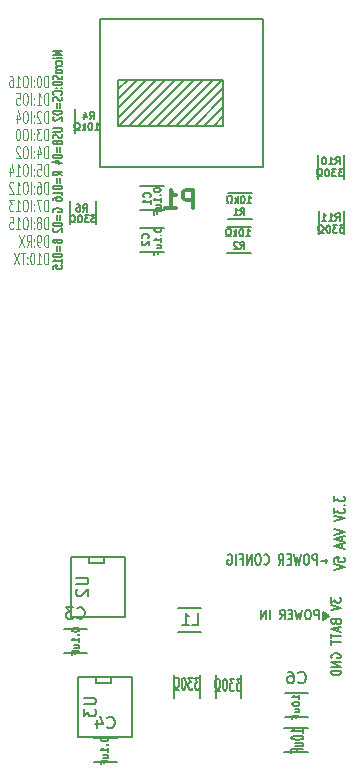
<source format=gbr>
G04 #@! TF.FileFunction,Legend,Bot*
%FSLAX46Y46*%
G04 Gerber Fmt 4.6, Leading zero omitted, Abs format (unit mm)*
G04 Created by KiCad (PCBNEW 4.0.2-4+6225~38~ubuntu15.04.1-stable) date 2016年05月17日 13時52分55秒*
%MOMM*%
G01*
G04 APERTURE LIST*
%ADD10C,0.100000*%
%ADD11C,0.175000*%
%ADD12C,0.150000*%
%ADD13C,0.132500*%
%ADD14C,0.304800*%
G04 APERTURE END LIST*
D10*
D11*
X126372265Y-102215905D02*
X126372265Y-101606381D01*
X126405599Y-102177810D02*
X126405599Y-101644476D01*
X126438932Y-102177810D02*
X126438932Y-101644476D01*
X126472265Y-102139714D02*
X126472265Y-101682571D01*
X126505599Y-102139714D02*
X126505599Y-101682571D01*
X126538932Y-102101619D02*
X126538932Y-101720667D01*
X126572265Y-102101619D02*
X126572265Y-101720667D01*
X126605599Y-102063524D02*
X126605599Y-101758762D01*
X126638932Y-102025429D02*
X126638932Y-101796857D01*
X126672265Y-102025429D02*
X126672265Y-101796857D01*
X126705599Y-101987333D02*
X126705599Y-101834952D01*
X126738932Y-101987333D02*
X126738932Y-101834952D01*
X126772265Y-101911143D02*
X126805599Y-101911143D01*
X126772265Y-101949238D02*
X126772265Y-101873048D01*
X126338932Y-102215905D02*
X126838932Y-101911143D01*
X126338932Y-101606381D01*
X126872265Y-101911143D02*
X126338932Y-101568286D01*
X126338932Y-102254000D01*
X126872265Y-101911143D01*
X126005598Y-102215905D02*
X126005598Y-101415905D01*
X125738932Y-101415905D01*
X125672265Y-101454000D01*
X125638932Y-101492095D01*
X125605598Y-101568286D01*
X125605598Y-101682571D01*
X125638932Y-101758762D01*
X125672265Y-101796857D01*
X125738932Y-101834952D01*
X126005598Y-101834952D01*
X125172265Y-101415905D02*
X125038932Y-101415905D01*
X124972265Y-101454000D01*
X124905598Y-101530190D01*
X124872265Y-101682571D01*
X124872265Y-101949238D01*
X124905598Y-102101619D01*
X124972265Y-102177810D01*
X125038932Y-102215905D01*
X125172265Y-102215905D01*
X125238932Y-102177810D01*
X125305598Y-102101619D01*
X125338932Y-101949238D01*
X125338932Y-101682571D01*
X125305598Y-101530190D01*
X125238932Y-101454000D01*
X125172265Y-101415905D01*
X124638932Y-101415905D02*
X124472265Y-102215905D01*
X124338932Y-101644476D01*
X124205599Y-102215905D01*
X124038932Y-101415905D01*
X123772265Y-101796857D02*
X123538932Y-101796857D01*
X123438932Y-102215905D02*
X123772265Y-102215905D01*
X123772265Y-101415905D01*
X123438932Y-101415905D01*
X122738932Y-102215905D02*
X122972266Y-101834952D01*
X123138932Y-102215905D02*
X123138932Y-101415905D01*
X122872266Y-101415905D01*
X122805599Y-101454000D01*
X122772266Y-101492095D01*
X122738932Y-101568286D01*
X122738932Y-101682571D01*
X122772266Y-101758762D01*
X122805599Y-101796857D01*
X122872266Y-101834952D01*
X123138932Y-101834952D01*
X121905599Y-102215905D02*
X121905599Y-101415905D01*
X121572266Y-102215905D02*
X121572266Y-101415905D01*
X121172266Y-102215905D01*
X121172266Y-101415905D01*
X127069905Y-100353068D02*
X127069905Y-100786401D01*
X127374667Y-100553068D01*
X127374667Y-100653068D01*
X127412762Y-100719735D01*
X127450857Y-100753068D01*
X127527048Y-100786401D01*
X127717524Y-100786401D01*
X127793714Y-100753068D01*
X127831810Y-100719735D01*
X127869905Y-100653068D01*
X127869905Y-100453068D01*
X127831810Y-100386401D01*
X127793714Y-100353068D01*
X127069905Y-100986402D02*
X127869905Y-101219735D01*
X127069905Y-101453068D01*
X127450857Y-102453068D02*
X127488952Y-102553068D01*
X127527048Y-102586401D01*
X127603238Y-102619735D01*
X127717524Y-102619735D01*
X127793714Y-102586401D01*
X127831810Y-102553068D01*
X127869905Y-102486401D01*
X127869905Y-102219735D01*
X127069905Y-102219735D01*
X127069905Y-102453068D01*
X127108000Y-102519735D01*
X127146095Y-102553068D01*
X127222286Y-102586401D01*
X127298476Y-102586401D01*
X127374667Y-102553068D01*
X127412762Y-102519735D01*
X127450857Y-102453068D01*
X127450857Y-102219735D01*
X127641333Y-102886401D02*
X127641333Y-103219735D01*
X127869905Y-102819735D02*
X127069905Y-103053068D01*
X127869905Y-103286401D01*
X127069905Y-103419735D02*
X127069905Y-103819735D01*
X127869905Y-103619735D02*
X127069905Y-103619735D01*
X127069905Y-103953068D02*
X127069905Y-104353068D01*
X127869905Y-104153068D02*
X127069905Y-104153068D01*
X127108000Y-105486400D02*
X127069905Y-105419734D01*
X127069905Y-105319734D01*
X127108000Y-105219734D01*
X127184190Y-105153067D01*
X127260381Y-105119734D01*
X127412762Y-105086400D01*
X127527048Y-105086400D01*
X127679429Y-105119734D01*
X127755619Y-105153067D01*
X127831810Y-105219734D01*
X127869905Y-105319734D01*
X127869905Y-105386400D01*
X127831810Y-105486400D01*
X127793714Y-105519734D01*
X127527048Y-105519734D01*
X127527048Y-105386400D01*
X127869905Y-105819734D02*
X127069905Y-105819734D01*
X127869905Y-106219734D01*
X127069905Y-106219734D01*
X127869905Y-106553067D02*
X127069905Y-106553067D01*
X127069905Y-106719733D01*
X127108000Y-106819733D01*
X127184190Y-106886400D01*
X127260381Y-106919733D01*
X127412762Y-106953067D01*
X127527048Y-106953067D01*
X127679429Y-106919733D01*
X127755619Y-106886400D01*
X127831810Y-106819733D01*
X127869905Y-106719733D01*
X127869905Y-106553067D01*
D12*
X119427486Y-107249981D02*
X119056057Y-107249981D01*
X119256057Y-107630933D01*
X119170343Y-107630933D01*
X119113200Y-107678552D01*
X119084629Y-107726171D01*
X119056057Y-107821410D01*
X119056057Y-108059505D01*
X119084629Y-108154743D01*
X119113200Y-108202362D01*
X119170343Y-108249981D01*
X119341771Y-108249981D01*
X119398914Y-108202362D01*
X119427486Y-108154743D01*
X118856057Y-107249981D02*
X118484628Y-107249981D01*
X118684628Y-107630933D01*
X118598914Y-107630933D01*
X118541771Y-107678552D01*
X118513200Y-107726171D01*
X118484628Y-107821410D01*
X118484628Y-108059505D01*
X118513200Y-108154743D01*
X118541771Y-108202362D01*
X118598914Y-108249981D01*
X118770342Y-108249981D01*
X118827485Y-108202362D01*
X118856057Y-108154743D01*
X118113199Y-107249981D02*
X118056056Y-107249981D01*
X117998913Y-107297600D01*
X117970342Y-107345219D01*
X117941771Y-107440457D01*
X117913199Y-107630933D01*
X117913199Y-107869029D01*
X117941771Y-108059505D01*
X117970342Y-108154743D01*
X117998913Y-108202362D01*
X118056056Y-108249981D01*
X118113199Y-108249981D01*
X118170342Y-108202362D01*
X118198913Y-108154743D01*
X118227485Y-108059505D01*
X118256056Y-107869029D01*
X118256056Y-107630933D01*
X118227485Y-107440457D01*
X118198913Y-107345219D01*
X118170342Y-107297600D01*
X118113199Y-107249981D01*
X117684627Y-108249981D02*
X117541770Y-108249981D01*
X117541770Y-108059505D01*
X117598913Y-108011886D01*
X117656056Y-107916648D01*
X117684627Y-107773790D01*
X117684627Y-107535695D01*
X117656056Y-107392838D01*
X117598913Y-107297600D01*
X117513199Y-107249981D01*
X117398913Y-107249981D01*
X117313199Y-107297600D01*
X117256056Y-107392838D01*
X117227484Y-107535695D01*
X117227484Y-107773790D01*
X117256056Y-107916648D01*
X117313199Y-108011886D01*
X117370342Y-108059505D01*
X117370342Y-108249981D01*
X117227484Y-108249981D01*
D11*
X126212932Y-97244686D02*
X126746265Y-97244686D01*
X126612932Y-97416114D02*
X126746265Y-97244686D01*
X126612932Y-97073257D01*
X125879598Y-97587543D02*
X125879598Y-96687543D01*
X125612932Y-96687543D01*
X125546265Y-96730400D01*
X125512932Y-96773257D01*
X125479598Y-96858971D01*
X125479598Y-96987543D01*
X125512932Y-97073257D01*
X125546265Y-97116114D01*
X125612932Y-97158971D01*
X125879598Y-97158971D01*
X125046265Y-96687543D02*
X124912932Y-96687543D01*
X124846265Y-96730400D01*
X124779598Y-96816114D01*
X124746265Y-96987543D01*
X124746265Y-97287543D01*
X124779598Y-97458971D01*
X124846265Y-97544686D01*
X124912932Y-97587543D01*
X125046265Y-97587543D01*
X125112932Y-97544686D01*
X125179598Y-97458971D01*
X125212932Y-97287543D01*
X125212932Y-96987543D01*
X125179598Y-96816114D01*
X125112932Y-96730400D01*
X125046265Y-96687543D01*
X124512932Y-96687543D02*
X124346265Y-97587543D01*
X124212932Y-96944686D01*
X124079599Y-97587543D01*
X123912932Y-96687543D01*
X123646265Y-97116114D02*
X123412932Y-97116114D01*
X123312932Y-97587543D02*
X123646265Y-97587543D01*
X123646265Y-96687543D01*
X123312932Y-96687543D01*
X122612932Y-97587543D02*
X122846266Y-97158971D01*
X123012932Y-97587543D02*
X123012932Y-96687543D01*
X122746266Y-96687543D01*
X122679599Y-96730400D01*
X122646266Y-96773257D01*
X122612932Y-96858971D01*
X122612932Y-96987543D01*
X122646266Y-97073257D01*
X122679599Y-97116114D01*
X122746266Y-97158971D01*
X123012932Y-97158971D01*
X121379599Y-97501829D02*
X121412933Y-97544686D01*
X121512933Y-97587543D01*
X121579599Y-97587543D01*
X121679599Y-97544686D01*
X121746266Y-97458971D01*
X121779599Y-97373257D01*
X121812933Y-97201829D01*
X121812933Y-97073257D01*
X121779599Y-96901829D01*
X121746266Y-96816114D01*
X121679599Y-96730400D01*
X121579599Y-96687543D01*
X121512933Y-96687543D01*
X121412933Y-96730400D01*
X121379599Y-96773257D01*
X120946266Y-96687543D02*
X120812933Y-96687543D01*
X120746266Y-96730400D01*
X120679599Y-96816114D01*
X120646266Y-96987543D01*
X120646266Y-97287543D01*
X120679599Y-97458971D01*
X120746266Y-97544686D01*
X120812933Y-97587543D01*
X120946266Y-97587543D01*
X121012933Y-97544686D01*
X121079599Y-97458971D01*
X121112933Y-97287543D01*
X121112933Y-96987543D01*
X121079599Y-96816114D01*
X121012933Y-96730400D01*
X120946266Y-96687543D01*
X120346266Y-97587543D02*
X120346266Y-96687543D01*
X119946266Y-97587543D01*
X119946266Y-96687543D01*
X119379600Y-97116114D02*
X119612933Y-97116114D01*
X119612933Y-97587543D02*
X119612933Y-96687543D01*
X119279600Y-96687543D01*
X119012933Y-97587543D02*
X119012933Y-96687543D01*
X118312934Y-96730400D02*
X118379600Y-96687543D01*
X118479600Y-96687543D01*
X118579600Y-96730400D01*
X118646267Y-96816114D01*
X118679600Y-96901829D01*
X118712934Y-97073257D01*
X118712934Y-97201829D01*
X118679600Y-97373257D01*
X118646267Y-97458971D01*
X118579600Y-97544686D01*
X118479600Y-97587543D01*
X118412934Y-97587543D01*
X118312934Y-97544686D01*
X118279600Y-97501829D01*
X118279600Y-97201829D01*
X118412934Y-97201829D01*
D10*
X103082743Y-57163581D02*
X103082743Y-56163581D01*
X102939886Y-56163581D01*
X102854171Y-56211200D01*
X102797029Y-56306438D01*
X102768457Y-56401676D01*
X102739886Y-56592152D01*
X102739886Y-56735010D01*
X102768457Y-56925486D01*
X102797029Y-57020724D01*
X102854171Y-57115962D01*
X102939886Y-57163581D01*
X103082743Y-57163581D01*
X102368457Y-56163581D02*
X102311314Y-56163581D01*
X102254171Y-56211200D01*
X102225600Y-56258819D01*
X102197029Y-56354057D01*
X102168457Y-56544533D01*
X102168457Y-56782629D01*
X102197029Y-56973105D01*
X102225600Y-57068343D01*
X102254171Y-57115962D01*
X102311314Y-57163581D01*
X102368457Y-57163581D01*
X102425600Y-57115962D01*
X102454171Y-57068343D01*
X102482743Y-56973105D01*
X102511314Y-56782629D01*
X102511314Y-56544533D01*
X102482743Y-56354057D01*
X102454171Y-56258819D01*
X102425600Y-56211200D01*
X102368457Y-56163581D01*
X101911314Y-57068343D02*
X101882742Y-57115962D01*
X101911314Y-57163581D01*
X101939885Y-57115962D01*
X101911314Y-57068343D01*
X101911314Y-57163581D01*
X101911314Y-56544533D02*
X101882742Y-56592152D01*
X101911314Y-56639771D01*
X101939885Y-56592152D01*
X101911314Y-56544533D01*
X101911314Y-56639771D01*
X101625600Y-57163581D02*
X101625600Y-56163581D01*
X101225600Y-56163581D02*
X101111314Y-56163581D01*
X101054172Y-56211200D01*
X100997029Y-56306438D01*
X100968457Y-56496914D01*
X100968457Y-56830248D01*
X100997029Y-57020724D01*
X101054172Y-57115962D01*
X101111314Y-57163581D01*
X101225600Y-57163581D01*
X101282743Y-57115962D01*
X101339886Y-57020724D01*
X101368457Y-56830248D01*
X101368457Y-56496914D01*
X101339886Y-56306438D01*
X101282743Y-56211200D01*
X101225600Y-56163581D01*
X100397029Y-57163581D02*
X100739886Y-57163581D01*
X100568458Y-57163581D02*
X100568458Y-56163581D01*
X100625601Y-56306438D01*
X100682743Y-56401676D01*
X100739886Y-56449295D01*
X99882743Y-56163581D02*
X99997029Y-56163581D01*
X100054172Y-56211200D01*
X100082743Y-56258819D01*
X100139886Y-56401676D01*
X100168457Y-56592152D01*
X100168457Y-56973105D01*
X100139886Y-57068343D01*
X100111314Y-57115962D01*
X100054172Y-57163581D01*
X99939886Y-57163581D01*
X99882743Y-57115962D01*
X99854172Y-57068343D01*
X99825600Y-56973105D01*
X99825600Y-56735010D01*
X99854172Y-56639771D01*
X99882743Y-56592152D01*
X99939886Y-56544533D01*
X100054172Y-56544533D01*
X100111314Y-56592152D01*
X100139886Y-56639771D01*
X100168457Y-56735010D01*
X103082743Y-58663581D02*
X103082743Y-57663581D01*
X102939886Y-57663581D01*
X102854171Y-57711200D01*
X102797029Y-57806438D01*
X102768457Y-57901676D01*
X102739886Y-58092152D01*
X102739886Y-58235010D01*
X102768457Y-58425486D01*
X102797029Y-58520724D01*
X102854171Y-58615962D01*
X102939886Y-58663581D01*
X103082743Y-58663581D01*
X102168457Y-58663581D02*
X102511314Y-58663581D01*
X102339886Y-58663581D02*
X102339886Y-57663581D01*
X102397029Y-57806438D01*
X102454171Y-57901676D01*
X102511314Y-57949295D01*
X101911314Y-58568343D02*
X101882742Y-58615962D01*
X101911314Y-58663581D01*
X101939885Y-58615962D01*
X101911314Y-58568343D01*
X101911314Y-58663581D01*
X101911314Y-58044533D02*
X101882742Y-58092152D01*
X101911314Y-58139771D01*
X101939885Y-58092152D01*
X101911314Y-58044533D01*
X101911314Y-58139771D01*
X101625600Y-58663581D02*
X101625600Y-57663581D01*
X101225600Y-57663581D02*
X101111314Y-57663581D01*
X101054172Y-57711200D01*
X100997029Y-57806438D01*
X100968457Y-57996914D01*
X100968457Y-58330248D01*
X100997029Y-58520724D01*
X101054172Y-58615962D01*
X101111314Y-58663581D01*
X101225600Y-58663581D01*
X101282743Y-58615962D01*
X101339886Y-58520724D01*
X101368457Y-58330248D01*
X101368457Y-57996914D01*
X101339886Y-57806438D01*
X101282743Y-57711200D01*
X101225600Y-57663581D01*
X100425601Y-57663581D02*
X100711315Y-57663581D01*
X100739886Y-58139771D01*
X100711315Y-58092152D01*
X100654172Y-58044533D01*
X100511315Y-58044533D01*
X100454172Y-58092152D01*
X100425601Y-58139771D01*
X100397029Y-58235010D01*
X100397029Y-58473105D01*
X100425601Y-58568343D01*
X100454172Y-58615962D01*
X100511315Y-58663581D01*
X100654172Y-58663581D01*
X100711315Y-58615962D01*
X100739886Y-58568343D01*
X103082743Y-60163581D02*
X103082743Y-59163581D01*
X102939886Y-59163581D01*
X102854171Y-59211200D01*
X102797029Y-59306438D01*
X102768457Y-59401676D01*
X102739886Y-59592152D01*
X102739886Y-59735010D01*
X102768457Y-59925486D01*
X102797029Y-60020724D01*
X102854171Y-60115962D01*
X102939886Y-60163581D01*
X103082743Y-60163581D01*
X102511314Y-59258819D02*
X102482743Y-59211200D01*
X102425600Y-59163581D01*
X102282743Y-59163581D01*
X102225600Y-59211200D01*
X102197029Y-59258819D01*
X102168457Y-59354057D01*
X102168457Y-59449295D01*
X102197029Y-59592152D01*
X102539886Y-60163581D01*
X102168457Y-60163581D01*
X101911314Y-60068343D02*
X101882742Y-60115962D01*
X101911314Y-60163581D01*
X101939885Y-60115962D01*
X101911314Y-60068343D01*
X101911314Y-60163581D01*
X101911314Y-59544533D02*
X101882742Y-59592152D01*
X101911314Y-59639771D01*
X101939885Y-59592152D01*
X101911314Y-59544533D01*
X101911314Y-59639771D01*
X101625600Y-60163581D02*
X101625600Y-59163581D01*
X101225600Y-59163581D02*
X101111314Y-59163581D01*
X101054172Y-59211200D01*
X100997029Y-59306438D01*
X100968457Y-59496914D01*
X100968457Y-59830248D01*
X100997029Y-60020724D01*
X101054172Y-60115962D01*
X101111314Y-60163581D01*
X101225600Y-60163581D01*
X101282743Y-60115962D01*
X101339886Y-60020724D01*
X101368457Y-59830248D01*
X101368457Y-59496914D01*
X101339886Y-59306438D01*
X101282743Y-59211200D01*
X101225600Y-59163581D01*
X100454172Y-59496914D02*
X100454172Y-60163581D01*
X100597029Y-59115962D02*
X100739886Y-59830248D01*
X100368458Y-59830248D01*
X103082743Y-61663581D02*
X103082743Y-60663581D01*
X102939886Y-60663581D01*
X102854171Y-60711200D01*
X102797029Y-60806438D01*
X102768457Y-60901676D01*
X102739886Y-61092152D01*
X102739886Y-61235010D01*
X102768457Y-61425486D01*
X102797029Y-61520724D01*
X102854171Y-61615962D01*
X102939886Y-61663581D01*
X103082743Y-61663581D01*
X102539886Y-60663581D02*
X102168457Y-60663581D01*
X102368457Y-61044533D01*
X102282743Y-61044533D01*
X102225600Y-61092152D01*
X102197029Y-61139771D01*
X102168457Y-61235010D01*
X102168457Y-61473105D01*
X102197029Y-61568343D01*
X102225600Y-61615962D01*
X102282743Y-61663581D01*
X102454171Y-61663581D01*
X102511314Y-61615962D01*
X102539886Y-61568343D01*
X101911314Y-61568343D02*
X101882742Y-61615962D01*
X101911314Y-61663581D01*
X101939885Y-61615962D01*
X101911314Y-61568343D01*
X101911314Y-61663581D01*
X101911314Y-61044533D02*
X101882742Y-61092152D01*
X101911314Y-61139771D01*
X101939885Y-61092152D01*
X101911314Y-61044533D01*
X101911314Y-61139771D01*
X101625600Y-61663581D02*
X101625600Y-60663581D01*
X101225600Y-60663581D02*
X101111314Y-60663581D01*
X101054172Y-60711200D01*
X100997029Y-60806438D01*
X100968457Y-60996914D01*
X100968457Y-61330248D01*
X100997029Y-61520724D01*
X101054172Y-61615962D01*
X101111314Y-61663581D01*
X101225600Y-61663581D01*
X101282743Y-61615962D01*
X101339886Y-61520724D01*
X101368457Y-61330248D01*
X101368457Y-60996914D01*
X101339886Y-60806438D01*
X101282743Y-60711200D01*
X101225600Y-60663581D01*
X100597029Y-60663581D02*
X100539886Y-60663581D01*
X100482743Y-60711200D01*
X100454172Y-60758819D01*
X100425601Y-60854057D01*
X100397029Y-61044533D01*
X100397029Y-61282629D01*
X100425601Y-61473105D01*
X100454172Y-61568343D01*
X100482743Y-61615962D01*
X100539886Y-61663581D01*
X100597029Y-61663581D01*
X100654172Y-61615962D01*
X100682743Y-61568343D01*
X100711315Y-61473105D01*
X100739886Y-61282629D01*
X100739886Y-61044533D01*
X100711315Y-60854057D01*
X100682743Y-60758819D01*
X100654172Y-60711200D01*
X100597029Y-60663581D01*
X103082743Y-63163581D02*
X103082743Y-62163581D01*
X102939886Y-62163581D01*
X102854171Y-62211200D01*
X102797029Y-62306438D01*
X102768457Y-62401676D01*
X102739886Y-62592152D01*
X102739886Y-62735010D01*
X102768457Y-62925486D01*
X102797029Y-63020724D01*
X102854171Y-63115962D01*
X102939886Y-63163581D01*
X103082743Y-63163581D01*
X102225600Y-62496914D02*
X102225600Y-63163581D01*
X102368457Y-62115962D02*
X102511314Y-62830248D01*
X102139886Y-62830248D01*
X101911314Y-63068343D02*
X101882742Y-63115962D01*
X101911314Y-63163581D01*
X101939885Y-63115962D01*
X101911314Y-63068343D01*
X101911314Y-63163581D01*
X101911314Y-62544533D02*
X101882742Y-62592152D01*
X101911314Y-62639771D01*
X101939885Y-62592152D01*
X101911314Y-62544533D01*
X101911314Y-62639771D01*
X101625600Y-63163581D02*
X101625600Y-62163581D01*
X101225600Y-62163581D02*
X101111314Y-62163581D01*
X101054172Y-62211200D01*
X100997029Y-62306438D01*
X100968457Y-62496914D01*
X100968457Y-62830248D01*
X100997029Y-63020724D01*
X101054172Y-63115962D01*
X101111314Y-63163581D01*
X101225600Y-63163581D01*
X101282743Y-63115962D01*
X101339886Y-63020724D01*
X101368457Y-62830248D01*
X101368457Y-62496914D01*
X101339886Y-62306438D01*
X101282743Y-62211200D01*
X101225600Y-62163581D01*
X100739886Y-62258819D02*
X100711315Y-62211200D01*
X100654172Y-62163581D01*
X100511315Y-62163581D01*
X100454172Y-62211200D01*
X100425601Y-62258819D01*
X100397029Y-62354057D01*
X100397029Y-62449295D01*
X100425601Y-62592152D01*
X100768458Y-63163581D01*
X100397029Y-63163581D01*
X103082743Y-64663581D02*
X103082743Y-63663581D01*
X102939886Y-63663581D01*
X102854171Y-63711200D01*
X102797029Y-63806438D01*
X102768457Y-63901676D01*
X102739886Y-64092152D01*
X102739886Y-64235010D01*
X102768457Y-64425486D01*
X102797029Y-64520724D01*
X102854171Y-64615962D01*
X102939886Y-64663581D01*
X103082743Y-64663581D01*
X102197029Y-63663581D02*
X102482743Y-63663581D01*
X102511314Y-64139771D01*
X102482743Y-64092152D01*
X102425600Y-64044533D01*
X102282743Y-64044533D01*
X102225600Y-64092152D01*
X102197029Y-64139771D01*
X102168457Y-64235010D01*
X102168457Y-64473105D01*
X102197029Y-64568343D01*
X102225600Y-64615962D01*
X102282743Y-64663581D01*
X102425600Y-64663581D01*
X102482743Y-64615962D01*
X102511314Y-64568343D01*
X101911314Y-64568343D02*
X101882742Y-64615962D01*
X101911314Y-64663581D01*
X101939885Y-64615962D01*
X101911314Y-64568343D01*
X101911314Y-64663581D01*
X101911314Y-64044533D02*
X101882742Y-64092152D01*
X101911314Y-64139771D01*
X101939885Y-64092152D01*
X101911314Y-64044533D01*
X101911314Y-64139771D01*
X101625600Y-64663581D02*
X101625600Y-63663581D01*
X101225600Y-63663581D02*
X101111314Y-63663581D01*
X101054172Y-63711200D01*
X100997029Y-63806438D01*
X100968457Y-63996914D01*
X100968457Y-64330248D01*
X100997029Y-64520724D01*
X101054172Y-64615962D01*
X101111314Y-64663581D01*
X101225600Y-64663581D01*
X101282743Y-64615962D01*
X101339886Y-64520724D01*
X101368457Y-64330248D01*
X101368457Y-63996914D01*
X101339886Y-63806438D01*
X101282743Y-63711200D01*
X101225600Y-63663581D01*
X100397029Y-64663581D02*
X100739886Y-64663581D01*
X100568458Y-64663581D02*
X100568458Y-63663581D01*
X100625601Y-63806438D01*
X100682743Y-63901676D01*
X100739886Y-63949295D01*
X99882743Y-63996914D02*
X99882743Y-64663581D01*
X100025600Y-63615962D02*
X100168457Y-64330248D01*
X99797029Y-64330248D01*
X103082743Y-66163581D02*
X103082743Y-65163581D01*
X102939886Y-65163581D01*
X102854171Y-65211200D01*
X102797029Y-65306438D01*
X102768457Y-65401676D01*
X102739886Y-65592152D01*
X102739886Y-65735010D01*
X102768457Y-65925486D01*
X102797029Y-66020724D01*
X102854171Y-66115962D01*
X102939886Y-66163581D01*
X103082743Y-66163581D01*
X102225600Y-65163581D02*
X102339886Y-65163581D01*
X102397029Y-65211200D01*
X102425600Y-65258819D01*
X102482743Y-65401676D01*
X102511314Y-65592152D01*
X102511314Y-65973105D01*
X102482743Y-66068343D01*
X102454171Y-66115962D01*
X102397029Y-66163581D01*
X102282743Y-66163581D01*
X102225600Y-66115962D01*
X102197029Y-66068343D01*
X102168457Y-65973105D01*
X102168457Y-65735010D01*
X102197029Y-65639771D01*
X102225600Y-65592152D01*
X102282743Y-65544533D01*
X102397029Y-65544533D01*
X102454171Y-65592152D01*
X102482743Y-65639771D01*
X102511314Y-65735010D01*
X101911314Y-66068343D02*
X101882742Y-66115962D01*
X101911314Y-66163581D01*
X101939885Y-66115962D01*
X101911314Y-66068343D01*
X101911314Y-66163581D01*
X101911314Y-65544533D02*
X101882742Y-65592152D01*
X101911314Y-65639771D01*
X101939885Y-65592152D01*
X101911314Y-65544533D01*
X101911314Y-65639771D01*
X101625600Y-66163581D02*
X101625600Y-65163581D01*
X101225600Y-65163581D02*
X101111314Y-65163581D01*
X101054172Y-65211200D01*
X100997029Y-65306438D01*
X100968457Y-65496914D01*
X100968457Y-65830248D01*
X100997029Y-66020724D01*
X101054172Y-66115962D01*
X101111314Y-66163581D01*
X101225600Y-66163581D01*
X101282743Y-66115962D01*
X101339886Y-66020724D01*
X101368457Y-65830248D01*
X101368457Y-65496914D01*
X101339886Y-65306438D01*
X101282743Y-65211200D01*
X101225600Y-65163581D01*
X100397029Y-66163581D02*
X100739886Y-66163581D01*
X100568458Y-66163581D02*
X100568458Y-65163581D01*
X100625601Y-65306438D01*
X100682743Y-65401676D01*
X100739886Y-65449295D01*
X100168457Y-65258819D02*
X100139886Y-65211200D01*
X100082743Y-65163581D01*
X99939886Y-65163581D01*
X99882743Y-65211200D01*
X99854172Y-65258819D01*
X99825600Y-65354057D01*
X99825600Y-65449295D01*
X99854172Y-65592152D01*
X100197029Y-66163581D01*
X99825600Y-66163581D01*
X103082743Y-67663581D02*
X103082743Y-66663581D01*
X102939886Y-66663581D01*
X102854171Y-66711200D01*
X102797029Y-66806438D01*
X102768457Y-66901676D01*
X102739886Y-67092152D01*
X102739886Y-67235010D01*
X102768457Y-67425486D01*
X102797029Y-67520724D01*
X102854171Y-67615962D01*
X102939886Y-67663581D01*
X103082743Y-67663581D01*
X102539886Y-66663581D02*
X102139886Y-66663581D01*
X102397029Y-67663581D01*
X101911314Y-67568343D02*
X101882742Y-67615962D01*
X101911314Y-67663581D01*
X101939885Y-67615962D01*
X101911314Y-67568343D01*
X101911314Y-67663581D01*
X101911314Y-67044533D02*
X101882742Y-67092152D01*
X101911314Y-67139771D01*
X101939885Y-67092152D01*
X101911314Y-67044533D01*
X101911314Y-67139771D01*
X101625600Y-67663581D02*
X101625600Y-66663581D01*
X101225600Y-66663581D02*
X101111314Y-66663581D01*
X101054172Y-66711200D01*
X100997029Y-66806438D01*
X100968457Y-66996914D01*
X100968457Y-67330248D01*
X100997029Y-67520724D01*
X101054172Y-67615962D01*
X101111314Y-67663581D01*
X101225600Y-67663581D01*
X101282743Y-67615962D01*
X101339886Y-67520724D01*
X101368457Y-67330248D01*
X101368457Y-66996914D01*
X101339886Y-66806438D01*
X101282743Y-66711200D01*
X101225600Y-66663581D01*
X100397029Y-67663581D02*
X100739886Y-67663581D01*
X100568458Y-67663581D02*
X100568458Y-66663581D01*
X100625601Y-66806438D01*
X100682743Y-66901676D01*
X100739886Y-66949295D01*
X100197029Y-66663581D02*
X99825600Y-66663581D01*
X100025600Y-67044533D01*
X99939886Y-67044533D01*
X99882743Y-67092152D01*
X99854172Y-67139771D01*
X99825600Y-67235010D01*
X99825600Y-67473105D01*
X99854172Y-67568343D01*
X99882743Y-67615962D01*
X99939886Y-67663581D01*
X100111314Y-67663581D01*
X100168457Y-67615962D01*
X100197029Y-67568343D01*
X103082743Y-69163581D02*
X103082743Y-68163581D01*
X102939886Y-68163581D01*
X102854171Y-68211200D01*
X102797029Y-68306438D01*
X102768457Y-68401676D01*
X102739886Y-68592152D01*
X102739886Y-68735010D01*
X102768457Y-68925486D01*
X102797029Y-69020724D01*
X102854171Y-69115962D01*
X102939886Y-69163581D01*
X103082743Y-69163581D01*
X102397029Y-68592152D02*
X102454171Y-68544533D01*
X102482743Y-68496914D01*
X102511314Y-68401676D01*
X102511314Y-68354057D01*
X102482743Y-68258819D01*
X102454171Y-68211200D01*
X102397029Y-68163581D01*
X102282743Y-68163581D01*
X102225600Y-68211200D01*
X102197029Y-68258819D01*
X102168457Y-68354057D01*
X102168457Y-68401676D01*
X102197029Y-68496914D01*
X102225600Y-68544533D01*
X102282743Y-68592152D01*
X102397029Y-68592152D01*
X102454171Y-68639771D01*
X102482743Y-68687390D01*
X102511314Y-68782629D01*
X102511314Y-68973105D01*
X102482743Y-69068343D01*
X102454171Y-69115962D01*
X102397029Y-69163581D01*
X102282743Y-69163581D01*
X102225600Y-69115962D01*
X102197029Y-69068343D01*
X102168457Y-68973105D01*
X102168457Y-68782629D01*
X102197029Y-68687390D01*
X102225600Y-68639771D01*
X102282743Y-68592152D01*
X101911314Y-69068343D02*
X101882742Y-69115962D01*
X101911314Y-69163581D01*
X101939885Y-69115962D01*
X101911314Y-69068343D01*
X101911314Y-69163581D01*
X101911314Y-68544533D02*
X101882742Y-68592152D01*
X101911314Y-68639771D01*
X101939885Y-68592152D01*
X101911314Y-68544533D01*
X101911314Y-68639771D01*
X101625600Y-69163581D02*
X101625600Y-68163581D01*
X101225600Y-68163581D02*
X101111314Y-68163581D01*
X101054172Y-68211200D01*
X100997029Y-68306438D01*
X100968457Y-68496914D01*
X100968457Y-68830248D01*
X100997029Y-69020724D01*
X101054172Y-69115962D01*
X101111314Y-69163581D01*
X101225600Y-69163581D01*
X101282743Y-69115962D01*
X101339886Y-69020724D01*
X101368457Y-68830248D01*
X101368457Y-68496914D01*
X101339886Y-68306438D01*
X101282743Y-68211200D01*
X101225600Y-68163581D01*
X100397029Y-69163581D02*
X100739886Y-69163581D01*
X100568458Y-69163581D02*
X100568458Y-68163581D01*
X100625601Y-68306438D01*
X100682743Y-68401676D01*
X100739886Y-68449295D01*
X99854172Y-68163581D02*
X100139886Y-68163581D01*
X100168457Y-68639771D01*
X100139886Y-68592152D01*
X100082743Y-68544533D01*
X99939886Y-68544533D01*
X99882743Y-68592152D01*
X99854172Y-68639771D01*
X99825600Y-68735010D01*
X99825600Y-68973105D01*
X99854172Y-69068343D01*
X99882743Y-69115962D01*
X99939886Y-69163581D01*
X100082743Y-69163581D01*
X100139886Y-69115962D01*
X100168457Y-69068343D01*
X103082743Y-70663581D02*
X103082743Y-69663581D01*
X102939886Y-69663581D01*
X102854171Y-69711200D01*
X102797029Y-69806438D01*
X102768457Y-69901676D01*
X102739886Y-70092152D01*
X102739886Y-70235010D01*
X102768457Y-70425486D01*
X102797029Y-70520724D01*
X102854171Y-70615962D01*
X102939886Y-70663581D01*
X103082743Y-70663581D01*
X102454171Y-70663581D02*
X102339886Y-70663581D01*
X102282743Y-70615962D01*
X102254171Y-70568343D01*
X102197029Y-70425486D01*
X102168457Y-70235010D01*
X102168457Y-69854057D01*
X102197029Y-69758819D01*
X102225600Y-69711200D01*
X102282743Y-69663581D01*
X102397029Y-69663581D01*
X102454171Y-69711200D01*
X102482743Y-69758819D01*
X102511314Y-69854057D01*
X102511314Y-70092152D01*
X102482743Y-70187390D01*
X102454171Y-70235010D01*
X102397029Y-70282629D01*
X102282743Y-70282629D01*
X102225600Y-70235010D01*
X102197029Y-70187390D01*
X102168457Y-70092152D01*
X101911314Y-70568343D02*
X101882742Y-70615962D01*
X101911314Y-70663581D01*
X101939885Y-70615962D01*
X101911314Y-70568343D01*
X101911314Y-70663581D01*
X101911314Y-70044533D02*
X101882742Y-70092152D01*
X101911314Y-70139771D01*
X101939885Y-70092152D01*
X101911314Y-70044533D01*
X101911314Y-70139771D01*
X101282743Y-70663581D02*
X101482743Y-70187390D01*
X101625600Y-70663581D02*
X101625600Y-69663581D01*
X101397028Y-69663581D01*
X101339886Y-69711200D01*
X101311314Y-69758819D01*
X101282743Y-69854057D01*
X101282743Y-69996914D01*
X101311314Y-70092152D01*
X101339886Y-70139771D01*
X101397028Y-70187390D01*
X101625600Y-70187390D01*
X101082743Y-69663581D02*
X100682743Y-70663581D01*
X100682743Y-69663581D02*
X101082743Y-70663581D01*
X103082743Y-72163581D02*
X103082743Y-71163581D01*
X102939886Y-71163581D01*
X102854171Y-71211200D01*
X102797029Y-71306438D01*
X102768457Y-71401676D01*
X102739886Y-71592152D01*
X102739886Y-71735010D01*
X102768457Y-71925486D01*
X102797029Y-72020724D01*
X102854171Y-72115962D01*
X102939886Y-72163581D01*
X103082743Y-72163581D01*
X102168457Y-72163581D02*
X102511314Y-72163581D01*
X102339886Y-72163581D02*
X102339886Y-71163581D01*
X102397029Y-71306438D01*
X102454171Y-71401676D01*
X102511314Y-71449295D01*
X101797028Y-71163581D02*
X101739885Y-71163581D01*
X101682742Y-71211200D01*
X101654171Y-71258819D01*
X101625600Y-71354057D01*
X101597028Y-71544533D01*
X101597028Y-71782629D01*
X101625600Y-71973105D01*
X101654171Y-72068343D01*
X101682742Y-72115962D01*
X101739885Y-72163581D01*
X101797028Y-72163581D01*
X101854171Y-72115962D01*
X101882742Y-72068343D01*
X101911314Y-71973105D01*
X101939885Y-71782629D01*
X101939885Y-71544533D01*
X101911314Y-71354057D01*
X101882742Y-71258819D01*
X101854171Y-71211200D01*
X101797028Y-71163581D01*
X101339885Y-72068343D02*
X101311313Y-72115962D01*
X101339885Y-72163581D01*
X101368456Y-72115962D01*
X101339885Y-72068343D01*
X101339885Y-72163581D01*
X101339885Y-71544533D02*
X101311313Y-71592152D01*
X101339885Y-71639771D01*
X101368456Y-71592152D01*
X101339885Y-71544533D01*
X101339885Y-71639771D01*
X101139885Y-71163581D02*
X100797028Y-71163581D01*
X100968457Y-72163581D02*
X100968457Y-71163581D01*
X100654171Y-71163581D02*
X100254171Y-72163581D01*
X100254171Y-71163581D02*
X100654171Y-72163581D01*
D13*
X104298705Y-54072276D02*
X103498705Y-54072276D01*
X104070133Y-54248943D01*
X103498705Y-54425610D01*
X104298705Y-54425610D01*
X104298705Y-54677990D02*
X103765371Y-54677990D01*
X103498705Y-54677990D02*
X103536800Y-54652752D01*
X103574895Y-54677990D01*
X103536800Y-54703229D01*
X103498705Y-54677990D01*
X103574895Y-54677990D01*
X104260610Y-55157514D02*
X104298705Y-55107038D01*
X104298705Y-55006086D01*
X104260610Y-54955610D01*
X104222514Y-54930371D01*
X104146324Y-54905133D01*
X103917752Y-54905133D01*
X103841562Y-54930371D01*
X103803467Y-54955610D01*
X103765371Y-55006086D01*
X103765371Y-55107038D01*
X103803467Y-55157514D01*
X104298705Y-55384657D02*
X103765371Y-55384657D01*
X103917752Y-55384657D02*
X103841562Y-55409896D01*
X103803467Y-55435134D01*
X103765371Y-55485610D01*
X103765371Y-55536086D01*
X104298705Y-55788467D02*
X104260610Y-55737991D01*
X104222514Y-55712752D01*
X104146324Y-55687514D01*
X103917752Y-55687514D01*
X103841562Y-55712752D01*
X103803467Y-55737991D01*
X103765371Y-55788467D01*
X103765371Y-55864181D01*
X103803467Y-55914657D01*
X103841562Y-55939895D01*
X103917752Y-55965133D01*
X104146324Y-55965133D01*
X104222514Y-55939895D01*
X104260610Y-55914657D01*
X104298705Y-55864181D01*
X104298705Y-55788467D01*
X104260610Y-56167038D02*
X104298705Y-56242753D01*
X104298705Y-56368943D01*
X104260610Y-56419419D01*
X104222514Y-56444657D01*
X104146324Y-56469896D01*
X104070133Y-56469896D01*
X103993943Y-56444657D01*
X103955848Y-56419419D01*
X103917752Y-56368943D01*
X103879657Y-56267991D01*
X103841562Y-56217515D01*
X103803467Y-56192276D01*
X103727276Y-56167038D01*
X103651086Y-56167038D01*
X103574895Y-56192276D01*
X103536800Y-56217515D01*
X103498705Y-56267991D01*
X103498705Y-56394181D01*
X103536800Y-56469896D01*
X104298705Y-56697038D02*
X103498705Y-56697038D01*
X103498705Y-56823229D01*
X103536800Y-56898943D01*
X103612990Y-56949419D01*
X103689181Y-56974658D01*
X103841562Y-56999896D01*
X103955848Y-56999896D01*
X104108229Y-56974658D01*
X104184419Y-56949419D01*
X104260610Y-56898943D01*
X104298705Y-56823229D01*
X104298705Y-56697038D01*
X104222514Y-57227038D02*
X104260610Y-57252277D01*
X104298705Y-57227038D01*
X104260610Y-57201800D01*
X104222514Y-57227038D01*
X104298705Y-57227038D01*
X103803467Y-57227038D02*
X103841562Y-57252277D01*
X103879657Y-57227038D01*
X103841562Y-57201800D01*
X103803467Y-57227038D01*
X103879657Y-57227038D01*
X104222514Y-57782277D02*
X104260610Y-57757039D01*
X104298705Y-57681324D01*
X104298705Y-57630848D01*
X104260610Y-57555134D01*
X104184419Y-57504658D01*
X104108229Y-57479419D01*
X103955848Y-57454181D01*
X103841562Y-57454181D01*
X103689181Y-57479419D01*
X103612990Y-57504658D01*
X103536800Y-57555134D01*
X103498705Y-57630848D01*
X103498705Y-57681324D01*
X103536800Y-57757039D01*
X103574895Y-57782277D01*
X104260610Y-57984181D02*
X104298705Y-58059896D01*
X104298705Y-58186086D01*
X104260610Y-58236562D01*
X104222514Y-58261800D01*
X104146324Y-58287039D01*
X104070133Y-58287039D01*
X103993943Y-58261800D01*
X103955848Y-58236562D01*
X103917752Y-58186086D01*
X103879657Y-58085134D01*
X103841562Y-58034658D01*
X103803467Y-58009419D01*
X103727276Y-57984181D01*
X103651086Y-57984181D01*
X103574895Y-58009419D01*
X103536800Y-58034658D01*
X103498705Y-58085134D01*
X103498705Y-58211324D01*
X103536800Y-58287039D01*
X103879657Y-58514181D02*
X103879657Y-58917991D01*
X104108229Y-58917991D02*
X104108229Y-58514181D01*
X104298705Y-59170371D02*
X103498705Y-59170371D01*
X103498705Y-59296562D01*
X103536800Y-59372276D01*
X103612990Y-59422752D01*
X103689181Y-59447991D01*
X103841562Y-59473229D01*
X103955848Y-59473229D01*
X104108229Y-59447991D01*
X104184419Y-59422752D01*
X104260610Y-59372276D01*
X104298705Y-59296562D01*
X104298705Y-59170371D01*
X103574895Y-59675133D02*
X103536800Y-59700371D01*
X103498705Y-59750848D01*
X103498705Y-59877038D01*
X103536800Y-59927514D01*
X103574895Y-59952752D01*
X103651086Y-59977991D01*
X103727276Y-59977991D01*
X103841562Y-59952752D01*
X104298705Y-59649895D01*
X104298705Y-59977991D01*
X103498705Y-60608943D02*
X104146324Y-60608943D01*
X104222514Y-60634182D01*
X104260610Y-60659420D01*
X104298705Y-60709896D01*
X104298705Y-60810848D01*
X104260610Y-60861324D01*
X104222514Y-60886563D01*
X104146324Y-60911801D01*
X103498705Y-60911801D01*
X104260610Y-61138943D02*
X104298705Y-61214658D01*
X104298705Y-61340848D01*
X104260610Y-61391324D01*
X104222514Y-61416562D01*
X104146324Y-61441801D01*
X104070133Y-61441801D01*
X103993943Y-61416562D01*
X103955848Y-61391324D01*
X103917752Y-61340848D01*
X103879657Y-61239896D01*
X103841562Y-61189420D01*
X103803467Y-61164181D01*
X103727276Y-61138943D01*
X103651086Y-61138943D01*
X103574895Y-61164181D01*
X103536800Y-61189420D01*
X103498705Y-61239896D01*
X103498705Y-61366086D01*
X103536800Y-61441801D01*
X103879657Y-61845610D02*
X103917752Y-61921324D01*
X103955848Y-61946563D01*
X104032038Y-61971801D01*
X104146324Y-61971801D01*
X104222514Y-61946563D01*
X104260610Y-61921324D01*
X104298705Y-61870848D01*
X104298705Y-61668943D01*
X103498705Y-61668943D01*
X103498705Y-61845610D01*
X103536800Y-61896086D01*
X103574895Y-61921324D01*
X103651086Y-61946563D01*
X103727276Y-61946563D01*
X103803467Y-61921324D01*
X103841562Y-61896086D01*
X103879657Y-61845610D01*
X103879657Y-61668943D01*
X103879657Y-62198943D02*
X103879657Y-62602753D01*
X104108229Y-62602753D02*
X104108229Y-62198943D01*
X104298705Y-62855133D02*
X103498705Y-62855133D01*
X103498705Y-62981324D01*
X103536800Y-63057038D01*
X103612990Y-63107514D01*
X103689181Y-63132753D01*
X103841562Y-63157991D01*
X103955848Y-63157991D01*
X104108229Y-63132753D01*
X104184419Y-63107514D01*
X104260610Y-63057038D01*
X104298705Y-62981324D01*
X104298705Y-62855133D01*
X103765371Y-63612276D02*
X104298705Y-63612276D01*
X103460610Y-63486086D02*
X104032038Y-63359895D01*
X104032038Y-63687991D01*
X104298705Y-64596563D02*
X103917752Y-64419896D01*
X104298705Y-64293705D02*
X103498705Y-64293705D01*
X103498705Y-64495610D01*
X103536800Y-64546086D01*
X103574895Y-64571325D01*
X103651086Y-64596563D01*
X103765371Y-64596563D01*
X103841562Y-64571325D01*
X103879657Y-64546086D01*
X103917752Y-64495610D01*
X103917752Y-64293705D01*
X103879657Y-64823705D02*
X103879657Y-65227515D01*
X104108229Y-65227515D02*
X104108229Y-64823705D01*
X104298705Y-65479895D02*
X103498705Y-65479895D01*
X103498705Y-65606086D01*
X103536800Y-65681800D01*
X103612990Y-65732276D01*
X103689181Y-65757515D01*
X103841562Y-65782753D01*
X103955848Y-65782753D01*
X104108229Y-65757515D01*
X104184419Y-65732276D01*
X104260610Y-65681800D01*
X104298705Y-65606086D01*
X104298705Y-65479895D01*
X104298705Y-66287515D02*
X104298705Y-65984657D01*
X104298705Y-66136086D02*
X103498705Y-66136086D01*
X103612990Y-66085610D01*
X103689181Y-66035134D01*
X103727276Y-65984657D01*
X103498705Y-66741800D02*
X103498705Y-66640848D01*
X103536800Y-66590372D01*
X103574895Y-66565134D01*
X103689181Y-66514657D01*
X103841562Y-66489419D01*
X104146324Y-66489419D01*
X104222514Y-66514657D01*
X104260610Y-66539896D01*
X104298705Y-66590372D01*
X104298705Y-66691324D01*
X104260610Y-66741800D01*
X104222514Y-66767038D01*
X104146324Y-66792277D01*
X103955848Y-66792277D01*
X103879657Y-66767038D01*
X103841562Y-66741800D01*
X103803467Y-66691324D01*
X103803467Y-66590372D01*
X103841562Y-66539896D01*
X103879657Y-66514657D01*
X103955848Y-66489419D01*
X103536800Y-67700849D02*
X103498705Y-67650372D01*
X103498705Y-67574658D01*
X103536800Y-67498944D01*
X103612990Y-67448468D01*
X103689181Y-67423229D01*
X103841562Y-67397991D01*
X103955848Y-67397991D01*
X104108229Y-67423229D01*
X104184419Y-67448468D01*
X104260610Y-67498944D01*
X104298705Y-67574658D01*
X104298705Y-67625134D01*
X104260610Y-67700849D01*
X104222514Y-67726087D01*
X103955848Y-67726087D01*
X103955848Y-67625134D01*
X103879657Y-67953229D02*
X103879657Y-68357039D01*
X104108229Y-68357039D02*
X104108229Y-67953229D01*
X104298705Y-68609419D02*
X103498705Y-68609419D01*
X103498705Y-68735610D01*
X103536800Y-68811324D01*
X103612990Y-68861800D01*
X103689181Y-68887039D01*
X103841562Y-68912277D01*
X103955848Y-68912277D01*
X104108229Y-68887039D01*
X104184419Y-68861800D01*
X104260610Y-68811324D01*
X104298705Y-68735610D01*
X104298705Y-68609419D01*
X103574895Y-69114181D02*
X103536800Y-69139419D01*
X103498705Y-69189896D01*
X103498705Y-69316086D01*
X103536800Y-69366562D01*
X103574895Y-69391800D01*
X103651086Y-69417039D01*
X103727276Y-69417039D01*
X103841562Y-69391800D01*
X104298705Y-69088943D01*
X104298705Y-69417039D01*
X103879657Y-70224658D02*
X103917752Y-70300372D01*
X103955848Y-70325611D01*
X104032038Y-70350849D01*
X104146324Y-70350849D01*
X104222514Y-70325611D01*
X104260610Y-70300372D01*
X104298705Y-70249896D01*
X104298705Y-70047991D01*
X103498705Y-70047991D01*
X103498705Y-70224658D01*
X103536800Y-70275134D01*
X103574895Y-70300372D01*
X103651086Y-70325611D01*
X103727276Y-70325611D01*
X103803467Y-70300372D01*
X103841562Y-70275134D01*
X103879657Y-70224658D01*
X103879657Y-70047991D01*
X103879657Y-70577991D02*
X103879657Y-70981801D01*
X104108229Y-70981801D02*
X104108229Y-70577991D01*
X104298705Y-71234181D02*
X103498705Y-71234181D01*
X103498705Y-71360372D01*
X103536800Y-71436086D01*
X103612990Y-71486562D01*
X103689181Y-71511801D01*
X103841562Y-71537039D01*
X103955848Y-71537039D01*
X104108229Y-71511801D01*
X104184419Y-71486562D01*
X104260610Y-71436086D01*
X104298705Y-71360372D01*
X104298705Y-71234181D01*
X104298705Y-72041801D02*
X104298705Y-71738943D01*
X104298705Y-71890372D02*
X103498705Y-71890372D01*
X103612990Y-71839896D01*
X103689181Y-71789420D01*
X103727276Y-71738943D01*
X103498705Y-72521324D02*
X103498705Y-72268943D01*
X103879657Y-72243705D01*
X103841562Y-72268943D01*
X103803467Y-72319420D01*
X103803467Y-72445610D01*
X103841562Y-72496086D01*
X103879657Y-72521324D01*
X103955848Y-72546563D01*
X104146324Y-72546563D01*
X104222514Y-72521324D01*
X104260610Y-72496086D01*
X104298705Y-72445610D01*
X104298705Y-72319420D01*
X104260610Y-72268943D01*
X104222514Y-72243705D01*
D12*
X115922286Y-107148381D02*
X115550857Y-107148381D01*
X115750857Y-107529333D01*
X115665143Y-107529333D01*
X115608000Y-107576952D01*
X115579429Y-107624571D01*
X115550857Y-107719810D01*
X115550857Y-107957905D01*
X115579429Y-108053143D01*
X115608000Y-108100762D01*
X115665143Y-108148381D01*
X115836571Y-108148381D01*
X115893714Y-108100762D01*
X115922286Y-108053143D01*
X115350857Y-107148381D02*
X114979428Y-107148381D01*
X115179428Y-107529333D01*
X115093714Y-107529333D01*
X115036571Y-107576952D01*
X115008000Y-107624571D01*
X114979428Y-107719810D01*
X114979428Y-107957905D01*
X115008000Y-108053143D01*
X115036571Y-108100762D01*
X115093714Y-108148381D01*
X115265142Y-108148381D01*
X115322285Y-108100762D01*
X115350857Y-108053143D01*
X114607999Y-107148381D02*
X114550856Y-107148381D01*
X114493713Y-107196000D01*
X114465142Y-107243619D01*
X114436571Y-107338857D01*
X114407999Y-107529333D01*
X114407999Y-107767429D01*
X114436571Y-107957905D01*
X114465142Y-108053143D01*
X114493713Y-108100762D01*
X114550856Y-108148381D01*
X114607999Y-108148381D01*
X114665142Y-108100762D01*
X114693713Y-108053143D01*
X114722285Y-107957905D01*
X114750856Y-107767429D01*
X114750856Y-107529333D01*
X114722285Y-107338857D01*
X114693713Y-107243619D01*
X114665142Y-107196000D01*
X114607999Y-107148381D01*
X114179427Y-108148381D02*
X114036570Y-108148381D01*
X114036570Y-107957905D01*
X114093713Y-107910286D01*
X114150856Y-107815048D01*
X114179427Y-107672190D01*
X114179427Y-107434095D01*
X114150856Y-107291238D01*
X114093713Y-107196000D01*
X114007999Y-107148381D01*
X113893713Y-107148381D01*
X113807999Y-107196000D01*
X113750856Y-107291238D01*
X113722284Y-107434095D01*
X113722284Y-107672190D01*
X113750856Y-107815048D01*
X113807999Y-107910286D01*
X113865142Y-107957905D01*
X113865142Y-108148381D01*
X113722284Y-108148381D01*
D11*
X127319943Y-91794400D02*
X127319943Y-92227733D01*
X127662800Y-91994400D01*
X127662800Y-92094400D01*
X127705657Y-92161067D01*
X127748514Y-92194400D01*
X127834229Y-92227733D01*
X128048514Y-92227733D01*
X128134229Y-92194400D01*
X128177086Y-92161067D01*
X128219943Y-92094400D01*
X128219943Y-91894400D01*
X128177086Y-91827733D01*
X128134229Y-91794400D01*
X128134229Y-92527734D02*
X128177086Y-92561067D01*
X128219943Y-92527734D01*
X128177086Y-92494400D01*
X128134229Y-92527734D01*
X128219943Y-92527734D01*
X127319943Y-92794400D02*
X127319943Y-93227733D01*
X127662800Y-92994400D01*
X127662800Y-93094400D01*
X127705657Y-93161067D01*
X127748514Y-93194400D01*
X127834229Y-93227733D01*
X128048514Y-93227733D01*
X128134229Y-93194400D01*
X128177086Y-93161067D01*
X128219943Y-93094400D01*
X128219943Y-92894400D01*
X128177086Y-92827733D01*
X128134229Y-92794400D01*
X127319943Y-93427734D02*
X128219943Y-93661067D01*
X127319943Y-93894400D01*
X127319943Y-94561067D02*
X128219943Y-94794400D01*
X127319943Y-95027733D01*
X127962800Y-95227733D02*
X127962800Y-95561067D01*
X128219943Y-95161067D02*
X127319943Y-95394400D01*
X128219943Y-95627733D01*
X127962800Y-95827733D02*
X127962800Y-96161067D01*
X128219943Y-95761067D02*
X127319943Y-95994400D01*
X128219943Y-96227733D01*
X127319943Y-97327733D02*
X127319943Y-96994400D01*
X127748514Y-96961066D01*
X127705657Y-96994400D01*
X127662800Y-97061066D01*
X127662800Y-97227733D01*
X127705657Y-97294400D01*
X127748514Y-97327733D01*
X127834229Y-97361066D01*
X128048514Y-97361066D01*
X128134229Y-97327733D01*
X128177086Y-97294400D01*
X128219943Y-97227733D01*
X128219943Y-97061066D01*
X128177086Y-96994400D01*
X128134229Y-96961066D01*
X127319943Y-97561067D02*
X128219943Y-97794400D01*
X127319943Y-98027733D01*
D12*
X105664000Y-107061000D02*
X105664000Y-112141000D01*
X105664000Y-112141000D02*
X110236000Y-112141000D01*
X110236000Y-112141000D02*
X110236000Y-107061000D01*
X110236000Y-107061000D02*
X105664000Y-107061000D01*
X107188000Y-107061000D02*
X107188000Y-107569000D01*
X107188000Y-107569000D02*
X108458000Y-107569000D01*
X108458000Y-107569000D02*
X108458000Y-107061000D01*
X109035000Y-57320000D02*
X109835000Y-56520000D01*
X109035000Y-58120000D02*
X110635000Y-56520000D01*
X109035000Y-58920000D02*
X111435000Y-56520000D01*
X109035000Y-59720000D02*
X112235000Y-56520000D01*
X109135000Y-60420000D02*
X113035000Y-56520000D01*
X109935000Y-60420000D02*
X113835000Y-56520000D01*
X110735000Y-60420000D02*
X114635000Y-56520000D01*
X111535000Y-60420000D02*
X115435000Y-56520000D01*
X112335000Y-60420000D02*
X116235000Y-56520000D01*
X113135000Y-60420000D02*
X117035000Y-56520000D01*
X113935000Y-60420000D02*
X117835000Y-56520000D01*
X114735000Y-60420000D02*
X117935000Y-57220000D01*
X115535000Y-60420000D02*
X117935000Y-58020000D01*
X116335000Y-60420000D02*
X117935000Y-58820000D01*
X117135000Y-60420000D02*
X117935000Y-59620000D01*
X109035000Y-56520000D02*
X117935000Y-56520000D01*
X117935000Y-56520000D02*
X117935000Y-60420000D01*
X117935000Y-60420000D02*
X109035000Y-60420000D01*
X109035000Y-60420000D02*
X109035000Y-56520000D01*
X107535000Y-63920000D02*
X107535000Y-51420000D01*
X107535000Y-51420000D02*
X121335000Y-51420000D01*
X121335000Y-51420000D02*
X121335000Y-63920000D01*
X121335000Y-63920000D02*
X107535000Y-63920000D01*
X105029000Y-96901000D02*
X105029000Y-101981000D01*
X105029000Y-101981000D02*
X109601000Y-101981000D01*
X109601000Y-101981000D02*
X109601000Y-96901000D01*
X109601000Y-96901000D02*
X105029000Y-96901000D01*
X106553000Y-96901000D02*
X106553000Y-97409000D01*
X106553000Y-97409000D02*
X107823000Y-97409000D01*
X107823000Y-97409000D02*
X107823000Y-96901000D01*
X118253000Y-71179000D02*
X120253000Y-71179000D01*
X120253000Y-69029000D02*
X118253000Y-69029000D01*
X110887000Y-65523000D02*
X112887000Y-65523000D01*
X112887000Y-67573000D02*
X110887000Y-67573000D01*
X112887000Y-71129000D02*
X110887000Y-71129000D01*
X110887000Y-69079000D02*
X112887000Y-69079000D01*
X126001200Y-67605400D02*
X126001200Y-69605400D01*
X128151200Y-69605400D02*
X128151200Y-67605400D01*
X107501000Y-60993000D02*
X107501000Y-58993000D01*
X105351000Y-58993000D02*
X105351000Y-60993000D01*
X107145400Y-68767200D02*
X107145400Y-66767200D01*
X104995400Y-66767200D02*
X104995400Y-68767200D01*
X128125800Y-64906400D02*
X128125800Y-62906400D01*
X125975800Y-62906400D02*
X125975800Y-64906400D01*
X118329200Y-68283400D02*
X120329200Y-68283400D01*
X120329200Y-66133400D02*
X118329200Y-66133400D01*
X113796500Y-106886500D02*
X113796500Y-108886500D01*
X115946500Y-108886500D02*
X115946500Y-106886500D01*
X117289000Y-106886500D02*
X117289000Y-108886500D01*
X119439000Y-108886500D02*
X119439000Y-106886500D01*
X104410000Y-102988000D02*
X106410000Y-102988000D01*
X106410000Y-105038000D02*
X104410000Y-105038000D01*
X106950000Y-112259000D02*
X108950000Y-112259000D01*
X108950000Y-114309000D02*
X106950000Y-114309000D01*
X123104400Y-111395400D02*
X125104400Y-111395400D01*
X125104400Y-113445400D02*
X123104400Y-113445400D01*
X123129800Y-108449000D02*
X125129800Y-108449000D01*
X125129800Y-110499000D02*
X123129800Y-110499000D01*
X114062000Y-101210000D02*
X116062000Y-101210000D01*
X116062000Y-103260000D02*
X114062000Y-103260000D01*
X106132381Y-108839095D02*
X106941905Y-108839095D01*
X107037143Y-108886714D01*
X107084762Y-108934333D01*
X107132381Y-109029571D01*
X107132381Y-109220048D01*
X107084762Y-109315286D01*
X107037143Y-109362905D01*
X106941905Y-109410524D01*
X106132381Y-109410524D01*
X106132381Y-109791476D02*
X106132381Y-110410524D01*
X106513333Y-110077190D01*
X106513333Y-110220048D01*
X106560952Y-110315286D01*
X106608571Y-110362905D01*
X106703810Y-110410524D01*
X106941905Y-110410524D01*
X107037143Y-110362905D01*
X107084762Y-110315286D01*
X107132381Y-110220048D01*
X107132381Y-109934333D01*
X107084762Y-109839095D01*
X107037143Y-109791476D01*
D14*
X115359857Y-67409429D02*
X115359857Y-65885429D01*
X114779285Y-65885429D01*
X114634143Y-65958000D01*
X114561571Y-66030571D01*
X114489000Y-66175714D01*
X114489000Y-66393429D01*
X114561571Y-66538571D01*
X114634143Y-66611143D01*
X114779285Y-66683714D01*
X115359857Y-66683714D01*
X113037571Y-67409429D02*
X113908428Y-67409429D01*
X113473000Y-67409429D02*
X113473000Y-65885429D01*
X113618143Y-66103143D01*
X113763285Y-66248286D01*
X113908428Y-66320857D01*
D12*
X105497381Y-98679095D02*
X106306905Y-98679095D01*
X106402143Y-98726714D01*
X106449762Y-98774333D01*
X106497381Y-98869571D01*
X106497381Y-99060048D01*
X106449762Y-99155286D01*
X106402143Y-99202905D01*
X106306905Y-99250524D01*
X105497381Y-99250524D01*
X105592619Y-99679095D02*
X105545000Y-99726714D01*
X105497381Y-99821952D01*
X105497381Y-100060048D01*
X105545000Y-100155286D01*
X105592619Y-100202905D01*
X105687857Y-100250524D01*
X105783095Y-100250524D01*
X105925952Y-100202905D01*
X106497381Y-99631476D01*
X106497381Y-100250524D01*
X119378400Y-70832629D02*
X119578400Y-70546914D01*
X119721257Y-70832629D02*
X119721257Y-70232629D01*
X119492685Y-70232629D01*
X119435543Y-70261200D01*
X119406971Y-70289771D01*
X119378400Y-70346914D01*
X119378400Y-70432629D01*
X119406971Y-70489771D01*
X119435543Y-70518343D01*
X119492685Y-70546914D01*
X119721257Y-70546914D01*
X119149828Y-70289771D02*
X119121257Y-70261200D01*
X119064114Y-70232629D01*
X118921257Y-70232629D01*
X118864114Y-70261200D01*
X118835543Y-70289771D01*
X118806971Y-70346914D01*
X118806971Y-70404057D01*
X118835543Y-70489771D01*
X119178400Y-70832629D01*
X118806971Y-70832629D01*
X119876800Y-69765829D02*
X120219657Y-69765829D01*
X120048229Y-69765829D02*
X120048229Y-69165829D01*
X120105372Y-69251543D01*
X120162514Y-69308686D01*
X120219657Y-69337257D01*
X119505371Y-69165829D02*
X119448228Y-69165829D01*
X119391085Y-69194400D01*
X119362514Y-69222971D01*
X119333943Y-69280114D01*
X119305371Y-69394400D01*
X119305371Y-69537257D01*
X119333943Y-69651543D01*
X119362514Y-69708686D01*
X119391085Y-69737257D01*
X119448228Y-69765829D01*
X119505371Y-69765829D01*
X119562514Y-69737257D01*
X119591085Y-69708686D01*
X119619657Y-69651543D01*
X119648228Y-69537257D01*
X119648228Y-69394400D01*
X119619657Y-69280114D01*
X119591085Y-69222971D01*
X119562514Y-69194400D01*
X119505371Y-69165829D01*
X119048228Y-69765829D02*
X119048228Y-69165829D01*
X118991085Y-69537257D02*
X118819656Y-69765829D01*
X118819656Y-69365829D02*
X119048228Y-69594400D01*
X118591085Y-69765829D02*
X118448228Y-69765829D01*
X118448228Y-69651543D01*
X118505371Y-69622971D01*
X118562514Y-69565829D01*
X118591085Y-69480114D01*
X118591085Y-69337257D01*
X118562514Y-69251543D01*
X118505371Y-69194400D01*
X118419657Y-69165829D01*
X118305371Y-69165829D01*
X118219657Y-69194400D01*
X118162514Y-69251543D01*
X118133942Y-69337257D01*
X118133942Y-69480114D01*
X118162514Y-69565829D01*
X118219657Y-69622971D01*
X118276800Y-69651543D01*
X118276800Y-69765829D01*
X118133942Y-69765829D01*
X111720286Y-66448000D02*
X111748857Y-66419429D01*
X111777429Y-66333715D01*
X111777429Y-66276572D01*
X111748857Y-66190857D01*
X111691714Y-66133715D01*
X111634571Y-66105143D01*
X111520286Y-66076572D01*
X111434571Y-66076572D01*
X111320286Y-66105143D01*
X111263143Y-66133715D01*
X111206000Y-66190857D01*
X111177429Y-66276572D01*
X111177429Y-66333715D01*
X111206000Y-66419429D01*
X111234571Y-66448000D01*
X111777429Y-67019429D02*
X111777429Y-66676572D01*
X111777429Y-66848000D02*
X111177429Y-66848000D01*
X111263143Y-66790857D01*
X111320286Y-66733715D01*
X111348857Y-66676572D01*
X112041029Y-65816286D02*
X112041029Y-65873429D01*
X112069600Y-65930572D01*
X112098171Y-65959143D01*
X112155314Y-65987714D01*
X112269600Y-66016286D01*
X112412457Y-66016286D01*
X112526743Y-65987714D01*
X112583886Y-65959143D01*
X112612457Y-65930572D01*
X112641029Y-65873429D01*
X112641029Y-65816286D01*
X112612457Y-65759143D01*
X112583886Y-65730572D01*
X112526743Y-65702000D01*
X112412457Y-65673429D01*
X112269600Y-65673429D01*
X112155314Y-65702000D01*
X112098171Y-65730572D01*
X112069600Y-65759143D01*
X112041029Y-65816286D01*
X112583886Y-66273429D02*
X112612457Y-66302001D01*
X112641029Y-66273429D01*
X112612457Y-66244858D01*
X112583886Y-66273429D01*
X112641029Y-66273429D01*
X112641029Y-66873429D02*
X112641029Y-66530572D01*
X112641029Y-66702000D02*
X112041029Y-66702000D01*
X112126743Y-66644857D01*
X112183886Y-66587715D01*
X112212457Y-66530572D01*
X112241029Y-67387715D02*
X112641029Y-67387715D01*
X112241029Y-67130572D02*
X112555314Y-67130572D01*
X112612457Y-67159144D01*
X112641029Y-67216286D01*
X112641029Y-67302001D01*
X112612457Y-67359144D01*
X112583886Y-67387715D01*
X112326743Y-67873429D02*
X112326743Y-67673429D01*
X112641029Y-67673429D02*
X112041029Y-67673429D01*
X112041029Y-67959143D01*
X111567886Y-69953200D02*
X111596457Y-69924629D01*
X111625029Y-69838915D01*
X111625029Y-69781772D01*
X111596457Y-69696057D01*
X111539314Y-69638915D01*
X111482171Y-69610343D01*
X111367886Y-69581772D01*
X111282171Y-69581772D01*
X111167886Y-69610343D01*
X111110743Y-69638915D01*
X111053600Y-69696057D01*
X111025029Y-69781772D01*
X111025029Y-69838915D01*
X111053600Y-69924629D01*
X111082171Y-69953200D01*
X111082171Y-70181772D02*
X111053600Y-70210343D01*
X111025029Y-70267486D01*
X111025029Y-70410343D01*
X111053600Y-70467486D01*
X111082171Y-70496057D01*
X111139314Y-70524629D01*
X111196457Y-70524629D01*
X111282171Y-70496057D01*
X111625029Y-70153200D01*
X111625029Y-70524629D01*
X112091829Y-69219886D02*
X112091829Y-69277029D01*
X112120400Y-69334172D01*
X112148971Y-69362743D01*
X112206114Y-69391314D01*
X112320400Y-69419886D01*
X112463257Y-69419886D01*
X112577543Y-69391314D01*
X112634686Y-69362743D01*
X112663257Y-69334172D01*
X112691829Y-69277029D01*
X112691829Y-69219886D01*
X112663257Y-69162743D01*
X112634686Y-69134172D01*
X112577543Y-69105600D01*
X112463257Y-69077029D01*
X112320400Y-69077029D01*
X112206114Y-69105600D01*
X112148971Y-69134172D01*
X112120400Y-69162743D01*
X112091829Y-69219886D01*
X112634686Y-69677029D02*
X112663257Y-69705601D01*
X112691829Y-69677029D01*
X112663257Y-69648458D01*
X112634686Y-69677029D01*
X112691829Y-69677029D01*
X112691829Y-70277029D02*
X112691829Y-69934172D01*
X112691829Y-70105600D02*
X112091829Y-70105600D01*
X112177543Y-70048457D01*
X112234686Y-69991315D01*
X112263257Y-69934172D01*
X112291829Y-70791315D02*
X112691829Y-70791315D01*
X112291829Y-70534172D02*
X112606114Y-70534172D01*
X112663257Y-70562744D01*
X112691829Y-70619886D01*
X112691829Y-70705601D01*
X112663257Y-70762744D01*
X112634686Y-70791315D01*
X112377543Y-71277029D02*
X112377543Y-71077029D01*
X112691829Y-71077029D02*
X112091829Y-71077029D01*
X112091829Y-71362743D01*
X127436515Y-68445029D02*
X127636515Y-68159314D01*
X127779372Y-68445029D02*
X127779372Y-67845029D01*
X127550800Y-67845029D01*
X127493658Y-67873600D01*
X127465086Y-67902171D01*
X127436515Y-67959314D01*
X127436515Y-68045029D01*
X127465086Y-68102171D01*
X127493658Y-68130743D01*
X127550800Y-68159314D01*
X127779372Y-68159314D01*
X126865086Y-68445029D02*
X127207943Y-68445029D01*
X127036515Y-68445029D02*
X127036515Y-67845029D01*
X127093658Y-67930743D01*
X127150800Y-67987886D01*
X127207943Y-68016457D01*
X126293657Y-68445029D02*
X126636514Y-68445029D01*
X126465086Y-68445029D02*
X126465086Y-67845029D01*
X126522229Y-67930743D01*
X126579371Y-67987886D01*
X126636514Y-68016457D01*
X128165086Y-68861029D02*
X127793657Y-68861029D01*
X127993657Y-69089600D01*
X127907943Y-69089600D01*
X127850800Y-69118171D01*
X127822229Y-69146743D01*
X127793657Y-69203886D01*
X127793657Y-69346743D01*
X127822229Y-69403886D01*
X127850800Y-69432457D01*
X127907943Y-69461029D01*
X128079371Y-69461029D01*
X128136514Y-69432457D01*
X128165086Y-69403886D01*
X127593657Y-68861029D02*
X127222228Y-68861029D01*
X127422228Y-69089600D01*
X127336514Y-69089600D01*
X127279371Y-69118171D01*
X127250800Y-69146743D01*
X127222228Y-69203886D01*
X127222228Y-69346743D01*
X127250800Y-69403886D01*
X127279371Y-69432457D01*
X127336514Y-69461029D01*
X127507942Y-69461029D01*
X127565085Y-69432457D01*
X127593657Y-69403886D01*
X126850799Y-68861029D02*
X126793656Y-68861029D01*
X126736513Y-68889600D01*
X126707942Y-68918171D01*
X126679371Y-68975314D01*
X126650799Y-69089600D01*
X126650799Y-69232457D01*
X126679371Y-69346743D01*
X126707942Y-69403886D01*
X126736513Y-69432457D01*
X126793656Y-69461029D01*
X126850799Y-69461029D01*
X126907942Y-69432457D01*
X126936513Y-69403886D01*
X126965085Y-69346743D01*
X126993656Y-69232457D01*
X126993656Y-69089600D01*
X126965085Y-68975314D01*
X126936513Y-68918171D01*
X126907942Y-68889600D01*
X126850799Y-68861029D01*
X126422227Y-69461029D02*
X126279370Y-69461029D01*
X126279370Y-69346743D01*
X126336513Y-69318171D01*
X126393656Y-69261029D01*
X126422227Y-69175314D01*
X126422227Y-69032457D01*
X126393656Y-68946743D01*
X126336513Y-68889600D01*
X126250799Y-68861029D01*
X126136513Y-68861029D01*
X126050799Y-68889600D01*
X125993656Y-68946743D01*
X125965084Y-69032457D01*
X125965084Y-69175314D01*
X125993656Y-69261029D01*
X126050799Y-69318171D01*
X126107942Y-69346743D01*
X126107942Y-69461029D01*
X125965084Y-69461029D01*
X106627600Y-59859829D02*
X106827600Y-59574114D01*
X106970457Y-59859829D02*
X106970457Y-59259829D01*
X106741885Y-59259829D01*
X106684743Y-59288400D01*
X106656171Y-59316971D01*
X106627600Y-59374114D01*
X106627600Y-59459829D01*
X106656171Y-59516971D01*
X106684743Y-59545543D01*
X106741885Y-59574114D01*
X106970457Y-59574114D01*
X106113314Y-59459829D02*
X106113314Y-59859829D01*
X106256171Y-59231257D02*
X106399028Y-59659829D01*
X106027600Y-59659829D01*
X107075200Y-60774229D02*
X107418057Y-60774229D01*
X107246629Y-60774229D02*
X107246629Y-60174229D01*
X107303772Y-60259943D01*
X107360914Y-60317086D01*
X107418057Y-60345657D01*
X106703771Y-60174229D02*
X106646628Y-60174229D01*
X106589485Y-60202800D01*
X106560914Y-60231371D01*
X106532343Y-60288514D01*
X106503771Y-60402800D01*
X106503771Y-60545657D01*
X106532343Y-60659943D01*
X106560914Y-60717086D01*
X106589485Y-60745657D01*
X106646628Y-60774229D01*
X106703771Y-60774229D01*
X106760914Y-60745657D01*
X106789485Y-60717086D01*
X106818057Y-60659943D01*
X106846628Y-60545657D01*
X106846628Y-60402800D01*
X106818057Y-60288514D01*
X106789485Y-60231371D01*
X106760914Y-60202800D01*
X106703771Y-60174229D01*
X106246628Y-60774229D02*
X106246628Y-60174229D01*
X106189485Y-60545657D02*
X106018056Y-60774229D01*
X106018056Y-60374229D02*
X106246628Y-60602800D01*
X105789485Y-60774229D02*
X105646628Y-60774229D01*
X105646628Y-60659943D01*
X105703771Y-60631371D01*
X105760914Y-60574229D01*
X105789485Y-60488514D01*
X105789485Y-60345657D01*
X105760914Y-60259943D01*
X105703771Y-60202800D01*
X105618057Y-60174229D01*
X105503771Y-60174229D01*
X105418057Y-60202800D01*
X105360914Y-60259943D01*
X105332342Y-60345657D01*
X105332342Y-60488514D01*
X105360914Y-60574229D01*
X105418057Y-60631371D01*
X105475200Y-60659943D01*
X105475200Y-60774229D01*
X105332342Y-60774229D01*
X106068800Y-67683029D02*
X106268800Y-67397314D01*
X106411657Y-67683029D02*
X106411657Y-67083029D01*
X106183085Y-67083029D01*
X106125943Y-67111600D01*
X106097371Y-67140171D01*
X106068800Y-67197314D01*
X106068800Y-67283029D01*
X106097371Y-67340171D01*
X106125943Y-67368743D01*
X106183085Y-67397314D01*
X106411657Y-67397314D01*
X105554514Y-67083029D02*
X105668800Y-67083029D01*
X105725943Y-67111600D01*
X105754514Y-67140171D01*
X105811657Y-67225886D01*
X105840228Y-67340171D01*
X105840228Y-67568743D01*
X105811657Y-67625886D01*
X105783085Y-67654457D01*
X105725943Y-67683029D01*
X105611657Y-67683029D01*
X105554514Y-67654457D01*
X105525943Y-67625886D01*
X105497371Y-67568743D01*
X105497371Y-67425886D01*
X105525943Y-67368743D01*
X105554514Y-67340171D01*
X105611657Y-67311600D01*
X105725943Y-67311600D01*
X105783085Y-67340171D01*
X105811657Y-67368743D01*
X105840228Y-67425886D01*
X107133886Y-67997429D02*
X106762457Y-67997429D01*
X106962457Y-68226000D01*
X106876743Y-68226000D01*
X106819600Y-68254571D01*
X106791029Y-68283143D01*
X106762457Y-68340286D01*
X106762457Y-68483143D01*
X106791029Y-68540286D01*
X106819600Y-68568857D01*
X106876743Y-68597429D01*
X107048171Y-68597429D01*
X107105314Y-68568857D01*
X107133886Y-68540286D01*
X106562457Y-67997429D02*
X106191028Y-67997429D01*
X106391028Y-68226000D01*
X106305314Y-68226000D01*
X106248171Y-68254571D01*
X106219600Y-68283143D01*
X106191028Y-68340286D01*
X106191028Y-68483143D01*
X106219600Y-68540286D01*
X106248171Y-68568857D01*
X106305314Y-68597429D01*
X106476742Y-68597429D01*
X106533885Y-68568857D01*
X106562457Y-68540286D01*
X105819599Y-67997429D02*
X105762456Y-67997429D01*
X105705313Y-68026000D01*
X105676742Y-68054571D01*
X105648171Y-68111714D01*
X105619599Y-68226000D01*
X105619599Y-68368857D01*
X105648171Y-68483143D01*
X105676742Y-68540286D01*
X105705313Y-68568857D01*
X105762456Y-68597429D01*
X105819599Y-68597429D01*
X105876742Y-68568857D01*
X105905313Y-68540286D01*
X105933885Y-68483143D01*
X105962456Y-68368857D01*
X105962456Y-68226000D01*
X105933885Y-68111714D01*
X105905313Y-68054571D01*
X105876742Y-68026000D01*
X105819599Y-67997429D01*
X105391027Y-68597429D02*
X105248170Y-68597429D01*
X105248170Y-68483143D01*
X105305313Y-68454571D01*
X105362456Y-68397429D01*
X105391027Y-68311714D01*
X105391027Y-68168857D01*
X105362456Y-68083143D01*
X105305313Y-68026000D01*
X105219599Y-67997429D01*
X105105313Y-67997429D01*
X105019599Y-68026000D01*
X104962456Y-68083143D01*
X104933884Y-68168857D01*
X104933884Y-68311714D01*
X104962456Y-68397429D01*
X105019599Y-68454571D01*
X105076742Y-68483143D01*
X105076742Y-68597429D01*
X104933884Y-68597429D01*
X127436515Y-63669829D02*
X127636515Y-63384114D01*
X127779372Y-63669829D02*
X127779372Y-63069829D01*
X127550800Y-63069829D01*
X127493658Y-63098400D01*
X127465086Y-63126971D01*
X127436515Y-63184114D01*
X127436515Y-63269829D01*
X127465086Y-63326971D01*
X127493658Y-63355543D01*
X127550800Y-63384114D01*
X127779372Y-63384114D01*
X126865086Y-63669829D02*
X127207943Y-63669829D01*
X127036515Y-63669829D02*
X127036515Y-63069829D01*
X127093658Y-63155543D01*
X127150800Y-63212686D01*
X127207943Y-63241257D01*
X126493657Y-63069829D02*
X126436514Y-63069829D01*
X126379371Y-63098400D01*
X126350800Y-63126971D01*
X126322229Y-63184114D01*
X126293657Y-63298400D01*
X126293657Y-63441257D01*
X126322229Y-63555543D01*
X126350800Y-63612686D01*
X126379371Y-63641257D01*
X126436514Y-63669829D01*
X126493657Y-63669829D01*
X126550800Y-63641257D01*
X126579371Y-63612686D01*
X126607943Y-63555543D01*
X126636514Y-63441257D01*
X126636514Y-63298400D01*
X126607943Y-63184114D01*
X126579371Y-63126971D01*
X126550800Y-63098400D01*
X126493657Y-63069829D01*
X128063486Y-64085829D02*
X127692057Y-64085829D01*
X127892057Y-64314400D01*
X127806343Y-64314400D01*
X127749200Y-64342971D01*
X127720629Y-64371543D01*
X127692057Y-64428686D01*
X127692057Y-64571543D01*
X127720629Y-64628686D01*
X127749200Y-64657257D01*
X127806343Y-64685829D01*
X127977771Y-64685829D01*
X128034914Y-64657257D01*
X128063486Y-64628686D01*
X127492057Y-64085829D02*
X127120628Y-64085829D01*
X127320628Y-64314400D01*
X127234914Y-64314400D01*
X127177771Y-64342971D01*
X127149200Y-64371543D01*
X127120628Y-64428686D01*
X127120628Y-64571543D01*
X127149200Y-64628686D01*
X127177771Y-64657257D01*
X127234914Y-64685829D01*
X127406342Y-64685829D01*
X127463485Y-64657257D01*
X127492057Y-64628686D01*
X126749199Y-64085829D02*
X126692056Y-64085829D01*
X126634913Y-64114400D01*
X126606342Y-64142971D01*
X126577771Y-64200114D01*
X126549199Y-64314400D01*
X126549199Y-64457257D01*
X126577771Y-64571543D01*
X126606342Y-64628686D01*
X126634913Y-64657257D01*
X126692056Y-64685829D01*
X126749199Y-64685829D01*
X126806342Y-64657257D01*
X126834913Y-64628686D01*
X126863485Y-64571543D01*
X126892056Y-64457257D01*
X126892056Y-64314400D01*
X126863485Y-64200114D01*
X126834913Y-64142971D01*
X126806342Y-64114400D01*
X126749199Y-64085829D01*
X126320627Y-64685829D02*
X126177770Y-64685829D01*
X126177770Y-64571543D01*
X126234913Y-64542971D01*
X126292056Y-64485829D01*
X126320627Y-64400114D01*
X126320627Y-64257257D01*
X126292056Y-64171543D01*
X126234913Y-64114400D01*
X126149199Y-64085829D01*
X126034913Y-64085829D01*
X125949199Y-64114400D01*
X125892056Y-64171543D01*
X125863484Y-64257257D01*
X125863484Y-64400114D01*
X125892056Y-64485829D01*
X125949199Y-64542971D01*
X126006342Y-64571543D01*
X126006342Y-64685829D01*
X125863484Y-64685829D01*
X119378400Y-67987829D02*
X119578400Y-67702114D01*
X119721257Y-67987829D02*
X119721257Y-67387829D01*
X119492685Y-67387829D01*
X119435543Y-67416400D01*
X119406971Y-67444971D01*
X119378400Y-67502114D01*
X119378400Y-67587829D01*
X119406971Y-67644971D01*
X119435543Y-67673543D01*
X119492685Y-67702114D01*
X119721257Y-67702114D01*
X118806971Y-67987829D02*
X119149828Y-67987829D01*
X118978400Y-67987829D02*
X118978400Y-67387829D01*
X119035543Y-67473543D01*
X119092685Y-67530686D01*
X119149828Y-67559257D01*
X119978400Y-66971829D02*
X120321257Y-66971829D01*
X120149829Y-66971829D02*
X120149829Y-66371829D01*
X120206972Y-66457543D01*
X120264114Y-66514686D01*
X120321257Y-66543257D01*
X119606971Y-66371829D02*
X119549828Y-66371829D01*
X119492685Y-66400400D01*
X119464114Y-66428971D01*
X119435543Y-66486114D01*
X119406971Y-66600400D01*
X119406971Y-66743257D01*
X119435543Y-66857543D01*
X119464114Y-66914686D01*
X119492685Y-66943257D01*
X119549828Y-66971829D01*
X119606971Y-66971829D01*
X119664114Y-66943257D01*
X119692685Y-66914686D01*
X119721257Y-66857543D01*
X119749828Y-66743257D01*
X119749828Y-66600400D01*
X119721257Y-66486114D01*
X119692685Y-66428971D01*
X119664114Y-66400400D01*
X119606971Y-66371829D01*
X119149828Y-66971829D02*
X119149828Y-66371829D01*
X119092685Y-66743257D02*
X118921256Y-66971829D01*
X118921256Y-66571829D02*
X119149828Y-66800400D01*
X118692685Y-66971829D02*
X118549828Y-66971829D01*
X118549828Y-66857543D01*
X118606971Y-66828971D01*
X118664114Y-66771829D01*
X118692685Y-66686114D01*
X118692685Y-66543257D01*
X118664114Y-66457543D01*
X118606971Y-66400400D01*
X118521257Y-66371829D01*
X118406971Y-66371829D01*
X118321257Y-66400400D01*
X118264114Y-66457543D01*
X118235542Y-66543257D01*
X118235542Y-66686114D01*
X118264114Y-66771829D01*
X118321257Y-66828971D01*
X118378400Y-66857543D01*
X118378400Y-66971829D01*
X118235542Y-66971829D01*
X105576666Y-102070143D02*
X105624285Y-102117762D01*
X105767142Y-102165381D01*
X105862380Y-102165381D01*
X106005238Y-102117762D01*
X106100476Y-102022524D01*
X106148095Y-101927286D01*
X106195714Y-101736810D01*
X106195714Y-101593952D01*
X106148095Y-101403476D01*
X106100476Y-101308238D01*
X106005238Y-101213000D01*
X105862380Y-101165381D01*
X105767142Y-101165381D01*
X105624285Y-101213000D01*
X105576666Y-101260619D01*
X105243333Y-101165381D02*
X104624285Y-101165381D01*
X104957619Y-101546333D01*
X104814761Y-101546333D01*
X104719523Y-101593952D01*
X104671904Y-101641571D01*
X104624285Y-101736810D01*
X104624285Y-101974905D01*
X104671904Y-102070143D01*
X104719523Y-102117762D01*
X104814761Y-102165381D01*
X105100476Y-102165381D01*
X105195714Y-102117762D01*
X105243333Y-102070143D01*
X105132229Y-103052686D02*
X105132229Y-103109829D01*
X105160800Y-103166972D01*
X105189371Y-103195543D01*
X105246514Y-103224114D01*
X105360800Y-103252686D01*
X105503657Y-103252686D01*
X105617943Y-103224114D01*
X105675086Y-103195543D01*
X105703657Y-103166972D01*
X105732229Y-103109829D01*
X105732229Y-103052686D01*
X105703657Y-102995543D01*
X105675086Y-102966972D01*
X105617943Y-102938400D01*
X105503657Y-102909829D01*
X105360800Y-102909829D01*
X105246514Y-102938400D01*
X105189371Y-102966972D01*
X105160800Y-102995543D01*
X105132229Y-103052686D01*
X105675086Y-103509829D02*
X105703657Y-103538401D01*
X105732229Y-103509829D01*
X105703657Y-103481258D01*
X105675086Y-103509829D01*
X105732229Y-103509829D01*
X105732229Y-104109829D02*
X105732229Y-103766972D01*
X105732229Y-103938400D02*
X105132229Y-103938400D01*
X105217943Y-103881257D01*
X105275086Y-103824115D01*
X105303657Y-103766972D01*
X105332229Y-104624115D02*
X105732229Y-104624115D01*
X105332229Y-104366972D02*
X105646514Y-104366972D01*
X105703657Y-104395544D01*
X105732229Y-104452686D01*
X105732229Y-104538401D01*
X105703657Y-104595544D01*
X105675086Y-104624115D01*
X105417943Y-105109829D02*
X105417943Y-104909829D01*
X105732229Y-104909829D02*
X105132229Y-104909829D01*
X105132229Y-105195543D01*
X108116666Y-111341143D02*
X108164285Y-111388762D01*
X108307142Y-111436381D01*
X108402380Y-111436381D01*
X108545238Y-111388762D01*
X108640476Y-111293524D01*
X108688095Y-111198286D01*
X108735714Y-111007810D01*
X108735714Y-110864952D01*
X108688095Y-110674476D01*
X108640476Y-110579238D01*
X108545238Y-110484000D01*
X108402380Y-110436381D01*
X108307142Y-110436381D01*
X108164285Y-110484000D01*
X108116666Y-110531619D01*
X107259523Y-110769714D02*
X107259523Y-111436381D01*
X107497619Y-110388762D02*
X107735714Y-111103048D01*
X107116666Y-111103048D01*
X107570629Y-112349086D02*
X107570629Y-112406229D01*
X107599200Y-112463372D01*
X107627771Y-112491943D01*
X107684914Y-112520514D01*
X107799200Y-112549086D01*
X107942057Y-112549086D01*
X108056343Y-112520514D01*
X108113486Y-112491943D01*
X108142057Y-112463372D01*
X108170629Y-112406229D01*
X108170629Y-112349086D01*
X108142057Y-112291943D01*
X108113486Y-112263372D01*
X108056343Y-112234800D01*
X107942057Y-112206229D01*
X107799200Y-112206229D01*
X107684914Y-112234800D01*
X107627771Y-112263372D01*
X107599200Y-112291943D01*
X107570629Y-112349086D01*
X108113486Y-112806229D02*
X108142057Y-112834801D01*
X108170629Y-112806229D01*
X108142057Y-112777658D01*
X108113486Y-112806229D01*
X108170629Y-112806229D01*
X108170629Y-113406229D02*
X108170629Y-113063372D01*
X108170629Y-113234800D02*
X107570629Y-113234800D01*
X107656343Y-113177657D01*
X107713486Y-113120515D01*
X107742057Y-113063372D01*
X107770629Y-113920515D02*
X108170629Y-113920515D01*
X107770629Y-113663372D02*
X108084914Y-113663372D01*
X108142057Y-113691944D01*
X108170629Y-113749086D01*
X108170629Y-113834801D01*
X108142057Y-113891944D01*
X108113486Y-113920515D01*
X107856343Y-114406229D02*
X107856343Y-114206229D01*
X108170629Y-114206229D02*
X107570629Y-114206229D01*
X107570629Y-114491943D01*
X124709181Y-111828343D02*
X124709181Y-111485486D01*
X124709181Y-111656914D02*
X123709181Y-111656914D01*
X123852038Y-111599771D01*
X123947276Y-111542629D01*
X123994895Y-111485486D01*
X123709181Y-112199772D02*
X123709181Y-112256915D01*
X123756800Y-112314058D01*
X123804419Y-112342629D01*
X123899657Y-112371200D01*
X124090133Y-112399772D01*
X124328229Y-112399772D01*
X124518705Y-112371200D01*
X124613943Y-112342629D01*
X124661562Y-112314058D01*
X124709181Y-112256915D01*
X124709181Y-112199772D01*
X124661562Y-112142629D01*
X124613943Y-112114058D01*
X124518705Y-112085486D01*
X124328229Y-112056915D01*
X124090133Y-112056915D01*
X123899657Y-112085486D01*
X123804419Y-112114058D01*
X123756800Y-112142629D01*
X123709181Y-112199772D01*
X124042514Y-112914058D02*
X124709181Y-112914058D01*
X124042514Y-112656915D02*
X124566324Y-112656915D01*
X124661562Y-112685487D01*
X124709181Y-112742629D01*
X124709181Y-112828344D01*
X124661562Y-112885487D01*
X124613943Y-112914058D01*
X124185371Y-113399772D02*
X124185371Y-113199772D01*
X124709181Y-113199772D02*
X123709181Y-113199772D01*
X123709181Y-113485486D01*
X124296466Y-107531143D02*
X124344085Y-107578762D01*
X124486942Y-107626381D01*
X124582180Y-107626381D01*
X124725038Y-107578762D01*
X124820276Y-107483524D01*
X124867895Y-107388286D01*
X124915514Y-107197810D01*
X124915514Y-107054952D01*
X124867895Y-106864476D01*
X124820276Y-106769238D01*
X124725038Y-106674000D01*
X124582180Y-106626381D01*
X124486942Y-106626381D01*
X124344085Y-106674000D01*
X124296466Y-106721619D01*
X123439323Y-106626381D02*
X123629800Y-106626381D01*
X123725038Y-106674000D01*
X123772657Y-106721619D01*
X123867895Y-106864476D01*
X123915514Y-107054952D01*
X123915514Y-107435905D01*
X123867895Y-107531143D01*
X123820276Y-107578762D01*
X123725038Y-107626381D01*
X123534561Y-107626381D01*
X123439323Y-107578762D01*
X123391704Y-107531143D01*
X123344085Y-107435905D01*
X123344085Y-107197810D01*
X123391704Y-107102571D01*
X123439323Y-107054952D01*
X123534561Y-107007333D01*
X123725038Y-107007333D01*
X123820276Y-107054952D01*
X123867895Y-107102571D01*
X123915514Y-107197810D01*
X124375829Y-108983543D02*
X124375829Y-108640686D01*
X124375829Y-108812114D02*
X123775829Y-108812114D01*
X123861543Y-108754971D01*
X123918686Y-108697829D01*
X123947257Y-108640686D01*
X123775829Y-109354972D02*
X123775829Y-109412115D01*
X123804400Y-109469258D01*
X123832971Y-109497829D01*
X123890114Y-109526400D01*
X124004400Y-109554972D01*
X124147257Y-109554972D01*
X124261543Y-109526400D01*
X124318686Y-109497829D01*
X124347257Y-109469258D01*
X124375829Y-109412115D01*
X124375829Y-109354972D01*
X124347257Y-109297829D01*
X124318686Y-109269258D01*
X124261543Y-109240686D01*
X124147257Y-109212115D01*
X124004400Y-109212115D01*
X123890114Y-109240686D01*
X123832971Y-109269258D01*
X123804400Y-109297829D01*
X123775829Y-109354972D01*
X123975829Y-110069258D02*
X124375829Y-110069258D01*
X123975829Y-109812115D02*
X124290114Y-109812115D01*
X124347257Y-109840687D01*
X124375829Y-109897829D01*
X124375829Y-109983544D01*
X124347257Y-110040687D01*
X124318686Y-110069258D01*
X124061543Y-110554972D02*
X124061543Y-110354972D01*
X124375829Y-110354972D02*
X123775829Y-110354972D01*
X123775829Y-110640686D01*
X115330266Y-102661981D02*
X115806457Y-102661981D01*
X115806457Y-101661981D01*
X114473123Y-102661981D02*
X115044552Y-102661981D01*
X114758838Y-102661981D02*
X114758838Y-101661981D01*
X114854076Y-101804838D01*
X114949314Y-101900076D01*
X115044552Y-101947695D01*
M02*

</source>
